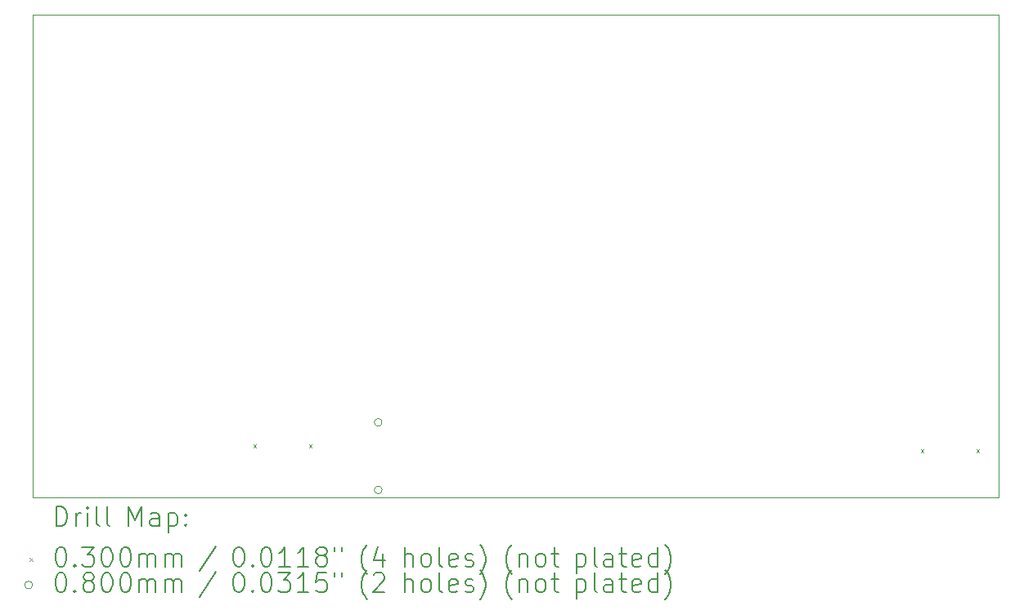
<source format=gbr>
%TF.GenerationSoftware,KiCad,Pcbnew,(7.0.0-rc1-253-g7844602210-dirty)*%
%TF.CreationDate,2023-01-19T21:35:18+08:00*%
%TF.ProjectId,VFDFFT,56464446-4654-42e6-9b69-6361645f7063,rev?*%
%TF.SameCoordinates,Original*%
%TF.FileFunction,Drillmap*%
%TF.FilePolarity,Positive*%
%FSLAX45Y45*%
G04 Gerber Fmt 4.5, Leading zero omitted, Abs format (unit mm)*
G04 Created by KiCad (PCBNEW (7.0.0-rc1-253-g7844602210-dirty)) date 2023-01-19 21:35:18*
%MOMM*%
%LPD*%
G01*
G04 APERTURE LIST*
%ADD10C,0.100000*%
%ADD11C,0.200000*%
%ADD12C,0.030000*%
%ADD13C,0.080000*%
G04 APERTURE END LIST*
D10*
X4122400Y-3403600D02*
X14122400Y-3403600D01*
X14122400Y-3403600D02*
X14122400Y-8403600D01*
X14122400Y-8403600D02*
X4122400Y-8403600D01*
X4122400Y-8403600D02*
X4122400Y-3403600D01*
D11*
D12*
X6401600Y-7855400D02*
X6431600Y-7885400D01*
X6431600Y-7855400D02*
X6401600Y-7885400D01*
X6979600Y-7855400D02*
X7009600Y-7885400D01*
X7009600Y-7855400D02*
X6979600Y-7885400D01*
X13310400Y-7907800D02*
X13340400Y-7937800D01*
X13340400Y-7907800D02*
X13310400Y-7937800D01*
X13888400Y-7907800D02*
X13918400Y-7937800D01*
X13918400Y-7907800D02*
X13888400Y-7937800D01*
D13*
X7736200Y-7626850D02*
G75*
G03*
X7736200Y-7626850I-40000J0D01*
G01*
X7736200Y-8326850D02*
G75*
G03*
X7736200Y-8326850I-40000J0D01*
G01*
D11*
X4365019Y-8702076D02*
X4365019Y-8502076D01*
X4365019Y-8502076D02*
X4412638Y-8502076D01*
X4412638Y-8502076D02*
X4441210Y-8511600D01*
X4441210Y-8511600D02*
X4460257Y-8530648D01*
X4460257Y-8530648D02*
X4469781Y-8549695D01*
X4469781Y-8549695D02*
X4479305Y-8587790D01*
X4479305Y-8587790D02*
X4479305Y-8616362D01*
X4479305Y-8616362D02*
X4469781Y-8654457D01*
X4469781Y-8654457D02*
X4460257Y-8673505D01*
X4460257Y-8673505D02*
X4441210Y-8692552D01*
X4441210Y-8692552D02*
X4412638Y-8702076D01*
X4412638Y-8702076D02*
X4365019Y-8702076D01*
X4565019Y-8702076D02*
X4565019Y-8568743D01*
X4565019Y-8606838D02*
X4574543Y-8587790D01*
X4574543Y-8587790D02*
X4584067Y-8578267D01*
X4584067Y-8578267D02*
X4603114Y-8568743D01*
X4603114Y-8568743D02*
X4622162Y-8568743D01*
X4688829Y-8702076D02*
X4688829Y-8568743D01*
X4688829Y-8502076D02*
X4679305Y-8511600D01*
X4679305Y-8511600D02*
X4688829Y-8521124D01*
X4688829Y-8521124D02*
X4698352Y-8511600D01*
X4698352Y-8511600D02*
X4688829Y-8502076D01*
X4688829Y-8502076D02*
X4688829Y-8521124D01*
X4812638Y-8702076D02*
X4793590Y-8692552D01*
X4793590Y-8692552D02*
X4784067Y-8673505D01*
X4784067Y-8673505D02*
X4784067Y-8502076D01*
X4917400Y-8702076D02*
X4898352Y-8692552D01*
X4898352Y-8692552D02*
X4888829Y-8673505D01*
X4888829Y-8673505D02*
X4888829Y-8502076D01*
X5113590Y-8702076D02*
X5113590Y-8502076D01*
X5113590Y-8502076D02*
X5180257Y-8644933D01*
X5180257Y-8644933D02*
X5246924Y-8502076D01*
X5246924Y-8502076D02*
X5246924Y-8702076D01*
X5427876Y-8702076D02*
X5427876Y-8597314D01*
X5427876Y-8597314D02*
X5418352Y-8578267D01*
X5418352Y-8578267D02*
X5399305Y-8568743D01*
X5399305Y-8568743D02*
X5361209Y-8568743D01*
X5361209Y-8568743D02*
X5342162Y-8578267D01*
X5427876Y-8692552D02*
X5408829Y-8702076D01*
X5408829Y-8702076D02*
X5361209Y-8702076D01*
X5361209Y-8702076D02*
X5342162Y-8692552D01*
X5342162Y-8692552D02*
X5332638Y-8673505D01*
X5332638Y-8673505D02*
X5332638Y-8654457D01*
X5332638Y-8654457D02*
X5342162Y-8635410D01*
X5342162Y-8635410D02*
X5361209Y-8625886D01*
X5361209Y-8625886D02*
X5408829Y-8625886D01*
X5408829Y-8625886D02*
X5427876Y-8616362D01*
X5523114Y-8568743D02*
X5523114Y-8768743D01*
X5523114Y-8578267D02*
X5542162Y-8568743D01*
X5542162Y-8568743D02*
X5580257Y-8568743D01*
X5580257Y-8568743D02*
X5599305Y-8578267D01*
X5599305Y-8578267D02*
X5608828Y-8587790D01*
X5608828Y-8587790D02*
X5618352Y-8606838D01*
X5618352Y-8606838D02*
X5618352Y-8663981D01*
X5618352Y-8663981D02*
X5608828Y-8683029D01*
X5608828Y-8683029D02*
X5599305Y-8692552D01*
X5599305Y-8692552D02*
X5580257Y-8702076D01*
X5580257Y-8702076D02*
X5542162Y-8702076D01*
X5542162Y-8702076D02*
X5523114Y-8692552D01*
X5704067Y-8683029D02*
X5713590Y-8692552D01*
X5713590Y-8692552D02*
X5704067Y-8702076D01*
X5704067Y-8702076D02*
X5694543Y-8692552D01*
X5694543Y-8692552D02*
X5704067Y-8683029D01*
X5704067Y-8683029D02*
X5704067Y-8702076D01*
X5704067Y-8578267D02*
X5713590Y-8587790D01*
X5713590Y-8587790D02*
X5704067Y-8597314D01*
X5704067Y-8597314D02*
X5694543Y-8587790D01*
X5694543Y-8587790D02*
X5704067Y-8578267D01*
X5704067Y-8578267D02*
X5704067Y-8597314D01*
D12*
X4087400Y-9033600D02*
X4117400Y-9063600D01*
X4117400Y-9033600D02*
X4087400Y-9063600D01*
D11*
X4403114Y-8922076D02*
X4422162Y-8922076D01*
X4422162Y-8922076D02*
X4441210Y-8931600D01*
X4441210Y-8931600D02*
X4450733Y-8941124D01*
X4450733Y-8941124D02*
X4460257Y-8960171D01*
X4460257Y-8960171D02*
X4469781Y-8998267D01*
X4469781Y-8998267D02*
X4469781Y-9045886D01*
X4469781Y-9045886D02*
X4460257Y-9083981D01*
X4460257Y-9083981D02*
X4450733Y-9103029D01*
X4450733Y-9103029D02*
X4441210Y-9112552D01*
X4441210Y-9112552D02*
X4422162Y-9122076D01*
X4422162Y-9122076D02*
X4403114Y-9122076D01*
X4403114Y-9122076D02*
X4384067Y-9112552D01*
X4384067Y-9112552D02*
X4374543Y-9103029D01*
X4374543Y-9103029D02*
X4365019Y-9083981D01*
X4365019Y-9083981D02*
X4355495Y-9045886D01*
X4355495Y-9045886D02*
X4355495Y-8998267D01*
X4355495Y-8998267D02*
X4365019Y-8960171D01*
X4365019Y-8960171D02*
X4374543Y-8941124D01*
X4374543Y-8941124D02*
X4384067Y-8931600D01*
X4384067Y-8931600D02*
X4403114Y-8922076D01*
X4555495Y-9103029D02*
X4565019Y-9112552D01*
X4565019Y-9112552D02*
X4555495Y-9122076D01*
X4555495Y-9122076D02*
X4545971Y-9112552D01*
X4545971Y-9112552D02*
X4555495Y-9103029D01*
X4555495Y-9103029D02*
X4555495Y-9122076D01*
X4631686Y-8922076D02*
X4755495Y-8922076D01*
X4755495Y-8922076D02*
X4688829Y-8998267D01*
X4688829Y-8998267D02*
X4717400Y-8998267D01*
X4717400Y-8998267D02*
X4736448Y-9007790D01*
X4736448Y-9007790D02*
X4745971Y-9017314D01*
X4745971Y-9017314D02*
X4755495Y-9036362D01*
X4755495Y-9036362D02*
X4755495Y-9083981D01*
X4755495Y-9083981D02*
X4745971Y-9103029D01*
X4745971Y-9103029D02*
X4736448Y-9112552D01*
X4736448Y-9112552D02*
X4717400Y-9122076D01*
X4717400Y-9122076D02*
X4660257Y-9122076D01*
X4660257Y-9122076D02*
X4641210Y-9112552D01*
X4641210Y-9112552D02*
X4631686Y-9103029D01*
X4879305Y-8922076D02*
X4898352Y-8922076D01*
X4898352Y-8922076D02*
X4917400Y-8931600D01*
X4917400Y-8931600D02*
X4926924Y-8941124D01*
X4926924Y-8941124D02*
X4936448Y-8960171D01*
X4936448Y-8960171D02*
X4945971Y-8998267D01*
X4945971Y-8998267D02*
X4945971Y-9045886D01*
X4945971Y-9045886D02*
X4936448Y-9083981D01*
X4936448Y-9083981D02*
X4926924Y-9103029D01*
X4926924Y-9103029D02*
X4917400Y-9112552D01*
X4917400Y-9112552D02*
X4898352Y-9122076D01*
X4898352Y-9122076D02*
X4879305Y-9122076D01*
X4879305Y-9122076D02*
X4860257Y-9112552D01*
X4860257Y-9112552D02*
X4850733Y-9103029D01*
X4850733Y-9103029D02*
X4841210Y-9083981D01*
X4841210Y-9083981D02*
X4831686Y-9045886D01*
X4831686Y-9045886D02*
X4831686Y-8998267D01*
X4831686Y-8998267D02*
X4841210Y-8960171D01*
X4841210Y-8960171D02*
X4850733Y-8941124D01*
X4850733Y-8941124D02*
X4860257Y-8931600D01*
X4860257Y-8931600D02*
X4879305Y-8922076D01*
X5069781Y-8922076D02*
X5088829Y-8922076D01*
X5088829Y-8922076D02*
X5107876Y-8931600D01*
X5107876Y-8931600D02*
X5117400Y-8941124D01*
X5117400Y-8941124D02*
X5126924Y-8960171D01*
X5126924Y-8960171D02*
X5136448Y-8998267D01*
X5136448Y-8998267D02*
X5136448Y-9045886D01*
X5136448Y-9045886D02*
X5126924Y-9083981D01*
X5126924Y-9083981D02*
X5117400Y-9103029D01*
X5117400Y-9103029D02*
X5107876Y-9112552D01*
X5107876Y-9112552D02*
X5088829Y-9122076D01*
X5088829Y-9122076D02*
X5069781Y-9122076D01*
X5069781Y-9122076D02*
X5050733Y-9112552D01*
X5050733Y-9112552D02*
X5041210Y-9103029D01*
X5041210Y-9103029D02*
X5031686Y-9083981D01*
X5031686Y-9083981D02*
X5022162Y-9045886D01*
X5022162Y-9045886D02*
X5022162Y-8998267D01*
X5022162Y-8998267D02*
X5031686Y-8960171D01*
X5031686Y-8960171D02*
X5041210Y-8941124D01*
X5041210Y-8941124D02*
X5050733Y-8931600D01*
X5050733Y-8931600D02*
X5069781Y-8922076D01*
X5222162Y-9122076D02*
X5222162Y-8988743D01*
X5222162Y-9007790D02*
X5231686Y-8998267D01*
X5231686Y-8998267D02*
X5250733Y-8988743D01*
X5250733Y-8988743D02*
X5279305Y-8988743D01*
X5279305Y-8988743D02*
X5298352Y-8998267D01*
X5298352Y-8998267D02*
X5307876Y-9017314D01*
X5307876Y-9017314D02*
X5307876Y-9122076D01*
X5307876Y-9017314D02*
X5317400Y-8998267D01*
X5317400Y-8998267D02*
X5336448Y-8988743D01*
X5336448Y-8988743D02*
X5365019Y-8988743D01*
X5365019Y-8988743D02*
X5384067Y-8998267D01*
X5384067Y-8998267D02*
X5393591Y-9017314D01*
X5393591Y-9017314D02*
X5393591Y-9122076D01*
X5488829Y-9122076D02*
X5488829Y-8988743D01*
X5488829Y-9007790D02*
X5498352Y-8998267D01*
X5498352Y-8998267D02*
X5517400Y-8988743D01*
X5517400Y-8988743D02*
X5545972Y-8988743D01*
X5545972Y-8988743D02*
X5565019Y-8998267D01*
X5565019Y-8998267D02*
X5574543Y-9017314D01*
X5574543Y-9017314D02*
X5574543Y-9122076D01*
X5574543Y-9017314D02*
X5584067Y-8998267D01*
X5584067Y-8998267D02*
X5603114Y-8988743D01*
X5603114Y-8988743D02*
X5631686Y-8988743D01*
X5631686Y-8988743D02*
X5650733Y-8998267D01*
X5650733Y-8998267D02*
X5660257Y-9017314D01*
X5660257Y-9017314D02*
X5660257Y-9122076D01*
X6018352Y-8912552D02*
X5846924Y-9169695D01*
X6243114Y-8922076D02*
X6262162Y-8922076D01*
X6262162Y-8922076D02*
X6281210Y-8931600D01*
X6281210Y-8931600D02*
X6290733Y-8941124D01*
X6290733Y-8941124D02*
X6300257Y-8960171D01*
X6300257Y-8960171D02*
X6309781Y-8998267D01*
X6309781Y-8998267D02*
X6309781Y-9045886D01*
X6309781Y-9045886D02*
X6300257Y-9083981D01*
X6300257Y-9083981D02*
X6290733Y-9103029D01*
X6290733Y-9103029D02*
X6281210Y-9112552D01*
X6281210Y-9112552D02*
X6262162Y-9122076D01*
X6262162Y-9122076D02*
X6243114Y-9122076D01*
X6243114Y-9122076D02*
X6224067Y-9112552D01*
X6224067Y-9112552D02*
X6214543Y-9103029D01*
X6214543Y-9103029D02*
X6205019Y-9083981D01*
X6205019Y-9083981D02*
X6195495Y-9045886D01*
X6195495Y-9045886D02*
X6195495Y-8998267D01*
X6195495Y-8998267D02*
X6205019Y-8960171D01*
X6205019Y-8960171D02*
X6214543Y-8941124D01*
X6214543Y-8941124D02*
X6224067Y-8931600D01*
X6224067Y-8931600D02*
X6243114Y-8922076D01*
X6395495Y-9103029D02*
X6405019Y-9112552D01*
X6405019Y-9112552D02*
X6395495Y-9122076D01*
X6395495Y-9122076D02*
X6385971Y-9112552D01*
X6385971Y-9112552D02*
X6395495Y-9103029D01*
X6395495Y-9103029D02*
X6395495Y-9122076D01*
X6528829Y-8922076D02*
X6547876Y-8922076D01*
X6547876Y-8922076D02*
X6566924Y-8931600D01*
X6566924Y-8931600D02*
X6576448Y-8941124D01*
X6576448Y-8941124D02*
X6585971Y-8960171D01*
X6585971Y-8960171D02*
X6595495Y-8998267D01*
X6595495Y-8998267D02*
X6595495Y-9045886D01*
X6595495Y-9045886D02*
X6585971Y-9083981D01*
X6585971Y-9083981D02*
X6576448Y-9103029D01*
X6576448Y-9103029D02*
X6566924Y-9112552D01*
X6566924Y-9112552D02*
X6547876Y-9122076D01*
X6547876Y-9122076D02*
X6528829Y-9122076D01*
X6528829Y-9122076D02*
X6509781Y-9112552D01*
X6509781Y-9112552D02*
X6500257Y-9103029D01*
X6500257Y-9103029D02*
X6490733Y-9083981D01*
X6490733Y-9083981D02*
X6481210Y-9045886D01*
X6481210Y-9045886D02*
X6481210Y-8998267D01*
X6481210Y-8998267D02*
X6490733Y-8960171D01*
X6490733Y-8960171D02*
X6500257Y-8941124D01*
X6500257Y-8941124D02*
X6509781Y-8931600D01*
X6509781Y-8931600D02*
X6528829Y-8922076D01*
X6785971Y-9122076D02*
X6671686Y-9122076D01*
X6728829Y-9122076D02*
X6728829Y-8922076D01*
X6728829Y-8922076D02*
X6709781Y-8950648D01*
X6709781Y-8950648D02*
X6690733Y-8969695D01*
X6690733Y-8969695D02*
X6671686Y-8979219D01*
X6976448Y-9122076D02*
X6862162Y-9122076D01*
X6919305Y-9122076D02*
X6919305Y-8922076D01*
X6919305Y-8922076D02*
X6900257Y-8950648D01*
X6900257Y-8950648D02*
X6881210Y-8969695D01*
X6881210Y-8969695D02*
X6862162Y-8979219D01*
X7090733Y-9007790D02*
X7071686Y-8998267D01*
X7071686Y-8998267D02*
X7062162Y-8988743D01*
X7062162Y-8988743D02*
X7052638Y-8969695D01*
X7052638Y-8969695D02*
X7052638Y-8960171D01*
X7052638Y-8960171D02*
X7062162Y-8941124D01*
X7062162Y-8941124D02*
X7071686Y-8931600D01*
X7071686Y-8931600D02*
X7090733Y-8922076D01*
X7090733Y-8922076D02*
X7128829Y-8922076D01*
X7128829Y-8922076D02*
X7147876Y-8931600D01*
X7147876Y-8931600D02*
X7157400Y-8941124D01*
X7157400Y-8941124D02*
X7166924Y-8960171D01*
X7166924Y-8960171D02*
X7166924Y-8969695D01*
X7166924Y-8969695D02*
X7157400Y-8988743D01*
X7157400Y-8988743D02*
X7147876Y-8998267D01*
X7147876Y-8998267D02*
X7128829Y-9007790D01*
X7128829Y-9007790D02*
X7090733Y-9007790D01*
X7090733Y-9007790D02*
X7071686Y-9017314D01*
X7071686Y-9017314D02*
X7062162Y-9026838D01*
X7062162Y-9026838D02*
X7052638Y-9045886D01*
X7052638Y-9045886D02*
X7052638Y-9083981D01*
X7052638Y-9083981D02*
X7062162Y-9103029D01*
X7062162Y-9103029D02*
X7071686Y-9112552D01*
X7071686Y-9112552D02*
X7090733Y-9122076D01*
X7090733Y-9122076D02*
X7128829Y-9122076D01*
X7128829Y-9122076D02*
X7147876Y-9112552D01*
X7147876Y-9112552D02*
X7157400Y-9103029D01*
X7157400Y-9103029D02*
X7166924Y-9083981D01*
X7166924Y-9083981D02*
X7166924Y-9045886D01*
X7166924Y-9045886D02*
X7157400Y-9026838D01*
X7157400Y-9026838D02*
X7147876Y-9017314D01*
X7147876Y-9017314D02*
X7128829Y-9007790D01*
X7243114Y-8922076D02*
X7243114Y-8960171D01*
X7319305Y-8922076D02*
X7319305Y-8960171D01*
X7582162Y-9198267D02*
X7572638Y-9188743D01*
X7572638Y-9188743D02*
X7553591Y-9160171D01*
X7553591Y-9160171D02*
X7544067Y-9141124D01*
X7544067Y-9141124D02*
X7534543Y-9112552D01*
X7534543Y-9112552D02*
X7525019Y-9064933D01*
X7525019Y-9064933D02*
X7525019Y-9026838D01*
X7525019Y-9026838D02*
X7534543Y-8979219D01*
X7534543Y-8979219D02*
X7544067Y-8950648D01*
X7544067Y-8950648D02*
X7553591Y-8931600D01*
X7553591Y-8931600D02*
X7572638Y-8903029D01*
X7572638Y-8903029D02*
X7582162Y-8893505D01*
X7744067Y-8988743D02*
X7744067Y-9122076D01*
X7696448Y-8912552D02*
X7648829Y-9055410D01*
X7648829Y-9055410D02*
X7772638Y-9055410D01*
X7968829Y-9122076D02*
X7968829Y-8922076D01*
X8054543Y-9122076D02*
X8054543Y-9017314D01*
X8054543Y-9017314D02*
X8045019Y-8998267D01*
X8045019Y-8998267D02*
X8025972Y-8988743D01*
X8025972Y-8988743D02*
X7997400Y-8988743D01*
X7997400Y-8988743D02*
X7978352Y-8998267D01*
X7978352Y-8998267D02*
X7968829Y-9007790D01*
X8178352Y-9122076D02*
X8159305Y-9112552D01*
X8159305Y-9112552D02*
X8149781Y-9103029D01*
X8149781Y-9103029D02*
X8140257Y-9083981D01*
X8140257Y-9083981D02*
X8140257Y-9026838D01*
X8140257Y-9026838D02*
X8149781Y-9007790D01*
X8149781Y-9007790D02*
X8159305Y-8998267D01*
X8159305Y-8998267D02*
X8178352Y-8988743D01*
X8178352Y-8988743D02*
X8206924Y-8988743D01*
X8206924Y-8988743D02*
X8225972Y-8998267D01*
X8225972Y-8998267D02*
X8235495Y-9007790D01*
X8235495Y-9007790D02*
X8245019Y-9026838D01*
X8245019Y-9026838D02*
X8245019Y-9083981D01*
X8245019Y-9083981D02*
X8235495Y-9103029D01*
X8235495Y-9103029D02*
X8225972Y-9112552D01*
X8225972Y-9112552D02*
X8206924Y-9122076D01*
X8206924Y-9122076D02*
X8178352Y-9122076D01*
X8359305Y-9122076D02*
X8340257Y-9112552D01*
X8340257Y-9112552D02*
X8330733Y-9093505D01*
X8330733Y-9093505D02*
X8330733Y-8922076D01*
X8511686Y-9112552D02*
X8492638Y-9122076D01*
X8492638Y-9122076D02*
X8454543Y-9122076D01*
X8454543Y-9122076D02*
X8435495Y-9112552D01*
X8435495Y-9112552D02*
X8425972Y-9093505D01*
X8425972Y-9093505D02*
X8425972Y-9017314D01*
X8425972Y-9017314D02*
X8435495Y-8998267D01*
X8435495Y-8998267D02*
X8454543Y-8988743D01*
X8454543Y-8988743D02*
X8492638Y-8988743D01*
X8492638Y-8988743D02*
X8511686Y-8998267D01*
X8511686Y-8998267D02*
X8521210Y-9017314D01*
X8521210Y-9017314D02*
X8521210Y-9036362D01*
X8521210Y-9036362D02*
X8425972Y-9055410D01*
X8597400Y-9112552D02*
X8616448Y-9122076D01*
X8616448Y-9122076D02*
X8654543Y-9122076D01*
X8654543Y-9122076D02*
X8673591Y-9112552D01*
X8673591Y-9112552D02*
X8683115Y-9093505D01*
X8683115Y-9093505D02*
X8683115Y-9083981D01*
X8683115Y-9083981D02*
X8673591Y-9064933D01*
X8673591Y-9064933D02*
X8654543Y-9055410D01*
X8654543Y-9055410D02*
X8625972Y-9055410D01*
X8625972Y-9055410D02*
X8606924Y-9045886D01*
X8606924Y-9045886D02*
X8597400Y-9026838D01*
X8597400Y-9026838D02*
X8597400Y-9017314D01*
X8597400Y-9017314D02*
X8606924Y-8998267D01*
X8606924Y-8998267D02*
X8625972Y-8988743D01*
X8625972Y-8988743D02*
X8654543Y-8988743D01*
X8654543Y-8988743D02*
X8673591Y-8998267D01*
X8749781Y-9198267D02*
X8759305Y-9188743D01*
X8759305Y-9188743D02*
X8778353Y-9160171D01*
X8778353Y-9160171D02*
X8787876Y-9141124D01*
X8787876Y-9141124D02*
X8797400Y-9112552D01*
X8797400Y-9112552D02*
X8806924Y-9064933D01*
X8806924Y-9064933D02*
X8806924Y-9026838D01*
X8806924Y-9026838D02*
X8797400Y-8979219D01*
X8797400Y-8979219D02*
X8787876Y-8950648D01*
X8787876Y-8950648D02*
X8778353Y-8931600D01*
X8778353Y-8931600D02*
X8759305Y-8903029D01*
X8759305Y-8903029D02*
X8749781Y-8893505D01*
X9079305Y-9198267D02*
X9069781Y-9188743D01*
X9069781Y-9188743D02*
X9050734Y-9160171D01*
X9050734Y-9160171D02*
X9041210Y-9141124D01*
X9041210Y-9141124D02*
X9031686Y-9112552D01*
X9031686Y-9112552D02*
X9022162Y-9064933D01*
X9022162Y-9064933D02*
X9022162Y-9026838D01*
X9022162Y-9026838D02*
X9031686Y-8979219D01*
X9031686Y-8979219D02*
X9041210Y-8950648D01*
X9041210Y-8950648D02*
X9050734Y-8931600D01*
X9050734Y-8931600D02*
X9069781Y-8903029D01*
X9069781Y-8903029D02*
X9079305Y-8893505D01*
X9155495Y-8988743D02*
X9155495Y-9122076D01*
X9155495Y-9007790D02*
X9165019Y-8998267D01*
X9165019Y-8998267D02*
X9184067Y-8988743D01*
X9184067Y-8988743D02*
X9212638Y-8988743D01*
X9212638Y-8988743D02*
X9231686Y-8998267D01*
X9231686Y-8998267D02*
X9241210Y-9017314D01*
X9241210Y-9017314D02*
X9241210Y-9122076D01*
X9365019Y-9122076D02*
X9345972Y-9112552D01*
X9345972Y-9112552D02*
X9336448Y-9103029D01*
X9336448Y-9103029D02*
X9326924Y-9083981D01*
X9326924Y-9083981D02*
X9326924Y-9026838D01*
X9326924Y-9026838D02*
X9336448Y-9007790D01*
X9336448Y-9007790D02*
X9345972Y-8998267D01*
X9345972Y-8998267D02*
X9365019Y-8988743D01*
X9365019Y-8988743D02*
X9393591Y-8988743D01*
X9393591Y-8988743D02*
X9412638Y-8998267D01*
X9412638Y-8998267D02*
X9422162Y-9007790D01*
X9422162Y-9007790D02*
X9431686Y-9026838D01*
X9431686Y-9026838D02*
X9431686Y-9083981D01*
X9431686Y-9083981D02*
X9422162Y-9103029D01*
X9422162Y-9103029D02*
X9412638Y-9112552D01*
X9412638Y-9112552D02*
X9393591Y-9122076D01*
X9393591Y-9122076D02*
X9365019Y-9122076D01*
X9488829Y-8988743D02*
X9565019Y-8988743D01*
X9517400Y-8922076D02*
X9517400Y-9093505D01*
X9517400Y-9093505D02*
X9526924Y-9112552D01*
X9526924Y-9112552D02*
X9545972Y-9122076D01*
X9545972Y-9122076D02*
X9565019Y-9122076D01*
X9751686Y-8988743D02*
X9751686Y-9188743D01*
X9751686Y-8998267D02*
X9770734Y-8988743D01*
X9770734Y-8988743D02*
X9808829Y-8988743D01*
X9808829Y-8988743D02*
X9827876Y-8998267D01*
X9827876Y-8998267D02*
X9837400Y-9007790D01*
X9837400Y-9007790D02*
X9846924Y-9026838D01*
X9846924Y-9026838D02*
X9846924Y-9083981D01*
X9846924Y-9083981D02*
X9837400Y-9103029D01*
X9837400Y-9103029D02*
X9827876Y-9112552D01*
X9827876Y-9112552D02*
X9808829Y-9122076D01*
X9808829Y-9122076D02*
X9770734Y-9122076D01*
X9770734Y-9122076D02*
X9751686Y-9112552D01*
X9961210Y-9122076D02*
X9942162Y-9112552D01*
X9942162Y-9112552D02*
X9932638Y-9093505D01*
X9932638Y-9093505D02*
X9932638Y-8922076D01*
X10123115Y-9122076D02*
X10123115Y-9017314D01*
X10123115Y-9017314D02*
X10113591Y-8998267D01*
X10113591Y-8998267D02*
X10094543Y-8988743D01*
X10094543Y-8988743D02*
X10056448Y-8988743D01*
X10056448Y-8988743D02*
X10037400Y-8998267D01*
X10123115Y-9112552D02*
X10104067Y-9122076D01*
X10104067Y-9122076D02*
X10056448Y-9122076D01*
X10056448Y-9122076D02*
X10037400Y-9112552D01*
X10037400Y-9112552D02*
X10027876Y-9093505D01*
X10027876Y-9093505D02*
X10027876Y-9074457D01*
X10027876Y-9074457D02*
X10037400Y-9055410D01*
X10037400Y-9055410D02*
X10056448Y-9045886D01*
X10056448Y-9045886D02*
X10104067Y-9045886D01*
X10104067Y-9045886D02*
X10123115Y-9036362D01*
X10189781Y-8988743D02*
X10265972Y-8988743D01*
X10218353Y-8922076D02*
X10218353Y-9093505D01*
X10218353Y-9093505D02*
X10227876Y-9112552D01*
X10227876Y-9112552D02*
X10246924Y-9122076D01*
X10246924Y-9122076D02*
X10265972Y-9122076D01*
X10408829Y-9112552D02*
X10389781Y-9122076D01*
X10389781Y-9122076D02*
X10351686Y-9122076D01*
X10351686Y-9122076D02*
X10332638Y-9112552D01*
X10332638Y-9112552D02*
X10323115Y-9093505D01*
X10323115Y-9093505D02*
X10323115Y-9017314D01*
X10323115Y-9017314D02*
X10332638Y-8998267D01*
X10332638Y-8998267D02*
X10351686Y-8988743D01*
X10351686Y-8988743D02*
X10389781Y-8988743D01*
X10389781Y-8988743D02*
X10408829Y-8998267D01*
X10408829Y-8998267D02*
X10418353Y-9017314D01*
X10418353Y-9017314D02*
X10418353Y-9036362D01*
X10418353Y-9036362D02*
X10323115Y-9055410D01*
X10589781Y-9122076D02*
X10589781Y-8922076D01*
X10589781Y-9112552D02*
X10570734Y-9122076D01*
X10570734Y-9122076D02*
X10532638Y-9122076D01*
X10532638Y-9122076D02*
X10513591Y-9112552D01*
X10513591Y-9112552D02*
X10504067Y-9103029D01*
X10504067Y-9103029D02*
X10494543Y-9083981D01*
X10494543Y-9083981D02*
X10494543Y-9026838D01*
X10494543Y-9026838D02*
X10504067Y-9007790D01*
X10504067Y-9007790D02*
X10513591Y-8998267D01*
X10513591Y-8998267D02*
X10532638Y-8988743D01*
X10532638Y-8988743D02*
X10570734Y-8988743D01*
X10570734Y-8988743D02*
X10589781Y-8998267D01*
X10665972Y-9198267D02*
X10675496Y-9188743D01*
X10675496Y-9188743D02*
X10694543Y-9160171D01*
X10694543Y-9160171D02*
X10704067Y-9141124D01*
X10704067Y-9141124D02*
X10713591Y-9112552D01*
X10713591Y-9112552D02*
X10723115Y-9064933D01*
X10723115Y-9064933D02*
X10723115Y-9026838D01*
X10723115Y-9026838D02*
X10713591Y-8979219D01*
X10713591Y-8979219D02*
X10704067Y-8950648D01*
X10704067Y-8950648D02*
X10694543Y-8931600D01*
X10694543Y-8931600D02*
X10675496Y-8903029D01*
X10675496Y-8903029D02*
X10665972Y-8893505D01*
D13*
X4117400Y-9312600D02*
G75*
G03*
X4117400Y-9312600I-40000J0D01*
G01*
D11*
X4403114Y-9186076D02*
X4422162Y-9186076D01*
X4422162Y-9186076D02*
X4441210Y-9195600D01*
X4441210Y-9195600D02*
X4450733Y-9205124D01*
X4450733Y-9205124D02*
X4460257Y-9224171D01*
X4460257Y-9224171D02*
X4469781Y-9262267D01*
X4469781Y-9262267D02*
X4469781Y-9309886D01*
X4469781Y-9309886D02*
X4460257Y-9347981D01*
X4460257Y-9347981D02*
X4450733Y-9367029D01*
X4450733Y-9367029D02*
X4441210Y-9376552D01*
X4441210Y-9376552D02*
X4422162Y-9386076D01*
X4422162Y-9386076D02*
X4403114Y-9386076D01*
X4403114Y-9386076D02*
X4384067Y-9376552D01*
X4384067Y-9376552D02*
X4374543Y-9367029D01*
X4374543Y-9367029D02*
X4365019Y-9347981D01*
X4365019Y-9347981D02*
X4355495Y-9309886D01*
X4355495Y-9309886D02*
X4355495Y-9262267D01*
X4355495Y-9262267D02*
X4365019Y-9224171D01*
X4365019Y-9224171D02*
X4374543Y-9205124D01*
X4374543Y-9205124D02*
X4384067Y-9195600D01*
X4384067Y-9195600D02*
X4403114Y-9186076D01*
X4555495Y-9367029D02*
X4565019Y-9376552D01*
X4565019Y-9376552D02*
X4555495Y-9386076D01*
X4555495Y-9386076D02*
X4545971Y-9376552D01*
X4545971Y-9376552D02*
X4555495Y-9367029D01*
X4555495Y-9367029D02*
X4555495Y-9386076D01*
X4679305Y-9271790D02*
X4660257Y-9262267D01*
X4660257Y-9262267D02*
X4650733Y-9252743D01*
X4650733Y-9252743D02*
X4641210Y-9233695D01*
X4641210Y-9233695D02*
X4641210Y-9224171D01*
X4641210Y-9224171D02*
X4650733Y-9205124D01*
X4650733Y-9205124D02*
X4660257Y-9195600D01*
X4660257Y-9195600D02*
X4679305Y-9186076D01*
X4679305Y-9186076D02*
X4717400Y-9186076D01*
X4717400Y-9186076D02*
X4736448Y-9195600D01*
X4736448Y-9195600D02*
X4745971Y-9205124D01*
X4745971Y-9205124D02*
X4755495Y-9224171D01*
X4755495Y-9224171D02*
X4755495Y-9233695D01*
X4755495Y-9233695D02*
X4745971Y-9252743D01*
X4745971Y-9252743D02*
X4736448Y-9262267D01*
X4736448Y-9262267D02*
X4717400Y-9271790D01*
X4717400Y-9271790D02*
X4679305Y-9271790D01*
X4679305Y-9271790D02*
X4660257Y-9281314D01*
X4660257Y-9281314D02*
X4650733Y-9290838D01*
X4650733Y-9290838D02*
X4641210Y-9309886D01*
X4641210Y-9309886D02*
X4641210Y-9347981D01*
X4641210Y-9347981D02*
X4650733Y-9367029D01*
X4650733Y-9367029D02*
X4660257Y-9376552D01*
X4660257Y-9376552D02*
X4679305Y-9386076D01*
X4679305Y-9386076D02*
X4717400Y-9386076D01*
X4717400Y-9386076D02*
X4736448Y-9376552D01*
X4736448Y-9376552D02*
X4745971Y-9367029D01*
X4745971Y-9367029D02*
X4755495Y-9347981D01*
X4755495Y-9347981D02*
X4755495Y-9309886D01*
X4755495Y-9309886D02*
X4745971Y-9290838D01*
X4745971Y-9290838D02*
X4736448Y-9281314D01*
X4736448Y-9281314D02*
X4717400Y-9271790D01*
X4879305Y-9186076D02*
X4898352Y-9186076D01*
X4898352Y-9186076D02*
X4917400Y-9195600D01*
X4917400Y-9195600D02*
X4926924Y-9205124D01*
X4926924Y-9205124D02*
X4936448Y-9224171D01*
X4936448Y-9224171D02*
X4945971Y-9262267D01*
X4945971Y-9262267D02*
X4945971Y-9309886D01*
X4945971Y-9309886D02*
X4936448Y-9347981D01*
X4936448Y-9347981D02*
X4926924Y-9367029D01*
X4926924Y-9367029D02*
X4917400Y-9376552D01*
X4917400Y-9376552D02*
X4898352Y-9386076D01*
X4898352Y-9386076D02*
X4879305Y-9386076D01*
X4879305Y-9386076D02*
X4860257Y-9376552D01*
X4860257Y-9376552D02*
X4850733Y-9367029D01*
X4850733Y-9367029D02*
X4841210Y-9347981D01*
X4841210Y-9347981D02*
X4831686Y-9309886D01*
X4831686Y-9309886D02*
X4831686Y-9262267D01*
X4831686Y-9262267D02*
X4841210Y-9224171D01*
X4841210Y-9224171D02*
X4850733Y-9205124D01*
X4850733Y-9205124D02*
X4860257Y-9195600D01*
X4860257Y-9195600D02*
X4879305Y-9186076D01*
X5069781Y-9186076D02*
X5088829Y-9186076D01*
X5088829Y-9186076D02*
X5107876Y-9195600D01*
X5107876Y-9195600D02*
X5117400Y-9205124D01*
X5117400Y-9205124D02*
X5126924Y-9224171D01*
X5126924Y-9224171D02*
X5136448Y-9262267D01*
X5136448Y-9262267D02*
X5136448Y-9309886D01*
X5136448Y-9309886D02*
X5126924Y-9347981D01*
X5126924Y-9347981D02*
X5117400Y-9367029D01*
X5117400Y-9367029D02*
X5107876Y-9376552D01*
X5107876Y-9376552D02*
X5088829Y-9386076D01*
X5088829Y-9386076D02*
X5069781Y-9386076D01*
X5069781Y-9386076D02*
X5050733Y-9376552D01*
X5050733Y-9376552D02*
X5041210Y-9367029D01*
X5041210Y-9367029D02*
X5031686Y-9347981D01*
X5031686Y-9347981D02*
X5022162Y-9309886D01*
X5022162Y-9309886D02*
X5022162Y-9262267D01*
X5022162Y-9262267D02*
X5031686Y-9224171D01*
X5031686Y-9224171D02*
X5041210Y-9205124D01*
X5041210Y-9205124D02*
X5050733Y-9195600D01*
X5050733Y-9195600D02*
X5069781Y-9186076D01*
X5222162Y-9386076D02*
X5222162Y-9252743D01*
X5222162Y-9271790D02*
X5231686Y-9262267D01*
X5231686Y-9262267D02*
X5250733Y-9252743D01*
X5250733Y-9252743D02*
X5279305Y-9252743D01*
X5279305Y-9252743D02*
X5298352Y-9262267D01*
X5298352Y-9262267D02*
X5307876Y-9281314D01*
X5307876Y-9281314D02*
X5307876Y-9386076D01*
X5307876Y-9281314D02*
X5317400Y-9262267D01*
X5317400Y-9262267D02*
X5336448Y-9252743D01*
X5336448Y-9252743D02*
X5365019Y-9252743D01*
X5365019Y-9252743D02*
X5384067Y-9262267D01*
X5384067Y-9262267D02*
X5393591Y-9281314D01*
X5393591Y-9281314D02*
X5393591Y-9386076D01*
X5488829Y-9386076D02*
X5488829Y-9252743D01*
X5488829Y-9271790D02*
X5498352Y-9262267D01*
X5498352Y-9262267D02*
X5517400Y-9252743D01*
X5517400Y-9252743D02*
X5545972Y-9252743D01*
X5545972Y-9252743D02*
X5565019Y-9262267D01*
X5565019Y-9262267D02*
X5574543Y-9281314D01*
X5574543Y-9281314D02*
X5574543Y-9386076D01*
X5574543Y-9281314D02*
X5584067Y-9262267D01*
X5584067Y-9262267D02*
X5603114Y-9252743D01*
X5603114Y-9252743D02*
X5631686Y-9252743D01*
X5631686Y-9252743D02*
X5650733Y-9262267D01*
X5650733Y-9262267D02*
X5660257Y-9281314D01*
X5660257Y-9281314D02*
X5660257Y-9386076D01*
X6018352Y-9176552D02*
X5846924Y-9433695D01*
X6243114Y-9186076D02*
X6262162Y-9186076D01*
X6262162Y-9186076D02*
X6281210Y-9195600D01*
X6281210Y-9195600D02*
X6290733Y-9205124D01*
X6290733Y-9205124D02*
X6300257Y-9224171D01*
X6300257Y-9224171D02*
X6309781Y-9262267D01*
X6309781Y-9262267D02*
X6309781Y-9309886D01*
X6309781Y-9309886D02*
X6300257Y-9347981D01*
X6300257Y-9347981D02*
X6290733Y-9367029D01*
X6290733Y-9367029D02*
X6281210Y-9376552D01*
X6281210Y-9376552D02*
X6262162Y-9386076D01*
X6262162Y-9386076D02*
X6243114Y-9386076D01*
X6243114Y-9386076D02*
X6224067Y-9376552D01*
X6224067Y-9376552D02*
X6214543Y-9367029D01*
X6214543Y-9367029D02*
X6205019Y-9347981D01*
X6205019Y-9347981D02*
X6195495Y-9309886D01*
X6195495Y-9309886D02*
X6195495Y-9262267D01*
X6195495Y-9262267D02*
X6205019Y-9224171D01*
X6205019Y-9224171D02*
X6214543Y-9205124D01*
X6214543Y-9205124D02*
X6224067Y-9195600D01*
X6224067Y-9195600D02*
X6243114Y-9186076D01*
X6395495Y-9367029D02*
X6405019Y-9376552D01*
X6405019Y-9376552D02*
X6395495Y-9386076D01*
X6395495Y-9386076D02*
X6385971Y-9376552D01*
X6385971Y-9376552D02*
X6395495Y-9367029D01*
X6395495Y-9367029D02*
X6395495Y-9386076D01*
X6528829Y-9186076D02*
X6547876Y-9186076D01*
X6547876Y-9186076D02*
X6566924Y-9195600D01*
X6566924Y-9195600D02*
X6576448Y-9205124D01*
X6576448Y-9205124D02*
X6585971Y-9224171D01*
X6585971Y-9224171D02*
X6595495Y-9262267D01*
X6595495Y-9262267D02*
X6595495Y-9309886D01*
X6595495Y-9309886D02*
X6585971Y-9347981D01*
X6585971Y-9347981D02*
X6576448Y-9367029D01*
X6576448Y-9367029D02*
X6566924Y-9376552D01*
X6566924Y-9376552D02*
X6547876Y-9386076D01*
X6547876Y-9386076D02*
X6528829Y-9386076D01*
X6528829Y-9386076D02*
X6509781Y-9376552D01*
X6509781Y-9376552D02*
X6500257Y-9367029D01*
X6500257Y-9367029D02*
X6490733Y-9347981D01*
X6490733Y-9347981D02*
X6481210Y-9309886D01*
X6481210Y-9309886D02*
X6481210Y-9262267D01*
X6481210Y-9262267D02*
X6490733Y-9224171D01*
X6490733Y-9224171D02*
X6500257Y-9205124D01*
X6500257Y-9205124D02*
X6509781Y-9195600D01*
X6509781Y-9195600D02*
X6528829Y-9186076D01*
X6662162Y-9186076D02*
X6785971Y-9186076D01*
X6785971Y-9186076D02*
X6719305Y-9262267D01*
X6719305Y-9262267D02*
X6747876Y-9262267D01*
X6747876Y-9262267D02*
X6766924Y-9271790D01*
X6766924Y-9271790D02*
X6776448Y-9281314D01*
X6776448Y-9281314D02*
X6785971Y-9300362D01*
X6785971Y-9300362D02*
X6785971Y-9347981D01*
X6785971Y-9347981D02*
X6776448Y-9367029D01*
X6776448Y-9367029D02*
X6766924Y-9376552D01*
X6766924Y-9376552D02*
X6747876Y-9386076D01*
X6747876Y-9386076D02*
X6690733Y-9386076D01*
X6690733Y-9386076D02*
X6671686Y-9376552D01*
X6671686Y-9376552D02*
X6662162Y-9367029D01*
X6976448Y-9386076D02*
X6862162Y-9386076D01*
X6919305Y-9386076D02*
X6919305Y-9186076D01*
X6919305Y-9186076D02*
X6900257Y-9214648D01*
X6900257Y-9214648D02*
X6881210Y-9233695D01*
X6881210Y-9233695D02*
X6862162Y-9243219D01*
X7157400Y-9186076D02*
X7062162Y-9186076D01*
X7062162Y-9186076D02*
X7052638Y-9281314D01*
X7052638Y-9281314D02*
X7062162Y-9271790D01*
X7062162Y-9271790D02*
X7081210Y-9262267D01*
X7081210Y-9262267D02*
X7128829Y-9262267D01*
X7128829Y-9262267D02*
X7147876Y-9271790D01*
X7147876Y-9271790D02*
X7157400Y-9281314D01*
X7157400Y-9281314D02*
X7166924Y-9300362D01*
X7166924Y-9300362D02*
X7166924Y-9347981D01*
X7166924Y-9347981D02*
X7157400Y-9367029D01*
X7157400Y-9367029D02*
X7147876Y-9376552D01*
X7147876Y-9376552D02*
X7128829Y-9386076D01*
X7128829Y-9386076D02*
X7081210Y-9386076D01*
X7081210Y-9386076D02*
X7062162Y-9376552D01*
X7062162Y-9376552D02*
X7052638Y-9367029D01*
X7243114Y-9186076D02*
X7243114Y-9224171D01*
X7319305Y-9186076D02*
X7319305Y-9224171D01*
X7582162Y-9462267D02*
X7572638Y-9452743D01*
X7572638Y-9452743D02*
X7553591Y-9424171D01*
X7553591Y-9424171D02*
X7544067Y-9405124D01*
X7544067Y-9405124D02*
X7534543Y-9376552D01*
X7534543Y-9376552D02*
X7525019Y-9328933D01*
X7525019Y-9328933D02*
X7525019Y-9290838D01*
X7525019Y-9290838D02*
X7534543Y-9243219D01*
X7534543Y-9243219D02*
X7544067Y-9214648D01*
X7544067Y-9214648D02*
X7553591Y-9195600D01*
X7553591Y-9195600D02*
X7572638Y-9167029D01*
X7572638Y-9167029D02*
X7582162Y-9157505D01*
X7648829Y-9205124D02*
X7658352Y-9195600D01*
X7658352Y-9195600D02*
X7677400Y-9186076D01*
X7677400Y-9186076D02*
X7725019Y-9186076D01*
X7725019Y-9186076D02*
X7744067Y-9195600D01*
X7744067Y-9195600D02*
X7753591Y-9205124D01*
X7753591Y-9205124D02*
X7763114Y-9224171D01*
X7763114Y-9224171D02*
X7763114Y-9243219D01*
X7763114Y-9243219D02*
X7753591Y-9271790D01*
X7753591Y-9271790D02*
X7639305Y-9386076D01*
X7639305Y-9386076D02*
X7763114Y-9386076D01*
X7968829Y-9386076D02*
X7968829Y-9186076D01*
X8054543Y-9386076D02*
X8054543Y-9281314D01*
X8054543Y-9281314D02*
X8045019Y-9262267D01*
X8045019Y-9262267D02*
X8025972Y-9252743D01*
X8025972Y-9252743D02*
X7997400Y-9252743D01*
X7997400Y-9252743D02*
X7978352Y-9262267D01*
X7978352Y-9262267D02*
X7968829Y-9271790D01*
X8178352Y-9386076D02*
X8159305Y-9376552D01*
X8159305Y-9376552D02*
X8149781Y-9367029D01*
X8149781Y-9367029D02*
X8140257Y-9347981D01*
X8140257Y-9347981D02*
X8140257Y-9290838D01*
X8140257Y-9290838D02*
X8149781Y-9271790D01*
X8149781Y-9271790D02*
X8159305Y-9262267D01*
X8159305Y-9262267D02*
X8178352Y-9252743D01*
X8178352Y-9252743D02*
X8206924Y-9252743D01*
X8206924Y-9252743D02*
X8225972Y-9262267D01*
X8225972Y-9262267D02*
X8235495Y-9271790D01*
X8235495Y-9271790D02*
X8245019Y-9290838D01*
X8245019Y-9290838D02*
X8245019Y-9347981D01*
X8245019Y-9347981D02*
X8235495Y-9367029D01*
X8235495Y-9367029D02*
X8225972Y-9376552D01*
X8225972Y-9376552D02*
X8206924Y-9386076D01*
X8206924Y-9386076D02*
X8178352Y-9386076D01*
X8359305Y-9386076D02*
X8340257Y-9376552D01*
X8340257Y-9376552D02*
X8330733Y-9357505D01*
X8330733Y-9357505D02*
X8330733Y-9186076D01*
X8511686Y-9376552D02*
X8492638Y-9386076D01*
X8492638Y-9386076D02*
X8454543Y-9386076D01*
X8454543Y-9386076D02*
X8435495Y-9376552D01*
X8435495Y-9376552D02*
X8425972Y-9357505D01*
X8425972Y-9357505D02*
X8425972Y-9281314D01*
X8425972Y-9281314D02*
X8435495Y-9262267D01*
X8435495Y-9262267D02*
X8454543Y-9252743D01*
X8454543Y-9252743D02*
X8492638Y-9252743D01*
X8492638Y-9252743D02*
X8511686Y-9262267D01*
X8511686Y-9262267D02*
X8521210Y-9281314D01*
X8521210Y-9281314D02*
X8521210Y-9300362D01*
X8521210Y-9300362D02*
X8425972Y-9319410D01*
X8597400Y-9376552D02*
X8616448Y-9386076D01*
X8616448Y-9386076D02*
X8654543Y-9386076D01*
X8654543Y-9386076D02*
X8673591Y-9376552D01*
X8673591Y-9376552D02*
X8683115Y-9357505D01*
X8683115Y-9357505D02*
X8683115Y-9347981D01*
X8683115Y-9347981D02*
X8673591Y-9328933D01*
X8673591Y-9328933D02*
X8654543Y-9319410D01*
X8654543Y-9319410D02*
X8625972Y-9319410D01*
X8625972Y-9319410D02*
X8606924Y-9309886D01*
X8606924Y-9309886D02*
X8597400Y-9290838D01*
X8597400Y-9290838D02*
X8597400Y-9281314D01*
X8597400Y-9281314D02*
X8606924Y-9262267D01*
X8606924Y-9262267D02*
X8625972Y-9252743D01*
X8625972Y-9252743D02*
X8654543Y-9252743D01*
X8654543Y-9252743D02*
X8673591Y-9262267D01*
X8749781Y-9462267D02*
X8759305Y-9452743D01*
X8759305Y-9452743D02*
X8778353Y-9424171D01*
X8778353Y-9424171D02*
X8787876Y-9405124D01*
X8787876Y-9405124D02*
X8797400Y-9376552D01*
X8797400Y-9376552D02*
X8806924Y-9328933D01*
X8806924Y-9328933D02*
X8806924Y-9290838D01*
X8806924Y-9290838D02*
X8797400Y-9243219D01*
X8797400Y-9243219D02*
X8787876Y-9214648D01*
X8787876Y-9214648D02*
X8778353Y-9195600D01*
X8778353Y-9195600D02*
X8759305Y-9167029D01*
X8759305Y-9167029D02*
X8749781Y-9157505D01*
X9079305Y-9462267D02*
X9069781Y-9452743D01*
X9069781Y-9452743D02*
X9050734Y-9424171D01*
X9050734Y-9424171D02*
X9041210Y-9405124D01*
X9041210Y-9405124D02*
X9031686Y-9376552D01*
X9031686Y-9376552D02*
X9022162Y-9328933D01*
X9022162Y-9328933D02*
X9022162Y-9290838D01*
X9022162Y-9290838D02*
X9031686Y-9243219D01*
X9031686Y-9243219D02*
X9041210Y-9214648D01*
X9041210Y-9214648D02*
X9050734Y-9195600D01*
X9050734Y-9195600D02*
X9069781Y-9167029D01*
X9069781Y-9167029D02*
X9079305Y-9157505D01*
X9155495Y-9252743D02*
X9155495Y-9386076D01*
X9155495Y-9271790D02*
X9165019Y-9262267D01*
X9165019Y-9262267D02*
X9184067Y-9252743D01*
X9184067Y-9252743D02*
X9212638Y-9252743D01*
X9212638Y-9252743D02*
X9231686Y-9262267D01*
X9231686Y-9262267D02*
X9241210Y-9281314D01*
X9241210Y-9281314D02*
X9241210Y-9386076D01*
X9365019Y-9386076D02*
X9345972Y-9376552D01*
X9345972Y-9376552D02*
X9336448Y-9367029D01*
X9336448Y-9367029D02*
X9326924Y-9347981D01*
X9326924Y-9347981D02*
X9326924Y-9290838D01*
X9326924Y-9290838D02*
X9336448Y-9271790D01*
X9336448Y-9271790D02*
X9345972Y-9262267D01*
X9345972Y-9262267D02*
X9365019Y-9252743D01*
X9365019Y-9252743D02*
X9393591Y-9252743D01*
X9393591Y-9252743D02*
X9412638Y-9262267D01*
X9412638Y-9262267D02*
X9422162Y-9271790D01*
X9422162Y-9271790D02*
X9431686Y-9290838D01*
X9431686Y-9290838D02*
X9431686Y-9347981D01*
X9431686Y-9347981D02*
X9422162Y-9367029D01*
X9422162Y-9367029D02*
X9412638Y-9376552D01*
X9412638Y-9376552D02*
X9393591Y-9386076D01*
X9393591Y-9386076D02*
X9365019Y-9386076D01*
X9488829Y-9252743D02*
X9565019Y-9252743D01*
X9517400Y-9186076D02*
X9517400Y-9357505D01*
X9517400Y-9357505D02*
X9526924Y-9376552D01*
X9526924Y-9376552D02*
X9545972Y-9386076D01*
X9545972Y-9386076D02*
X9565019Y-9386076D01*
X9751686Y-9252743D02*
X9751686Y-9452743D01*
X9751686Y-9262267D02*
X9770734Y-9252743D01*
X9770734Y-9252743D02*
X9808829Y-9252743D01*
X9808829Y-9252743D02*
X9827876Y-9262267D01*
X9827876Y-9262267D02*
X9837400Y-9271790D01*
X9837400Y-9271790D02*
X9846924Y-9290838D01*
X9846924Y-9290838D02*
X9846924Y-9347981D01*
X9846924Y-9347981D02*
X9837400Y-9367029D01*
X9837400Y-9367029D02*
X9827876Y-9376552D01*
X9827876Y-9376552D02*
X9808829Y-9386076D01*
X9808829Y-9386076D02*
X9770734Y-9386076D01*
X9770734Y-9386076D02*
X9751686Y-9376552D01*
X9961210Y-9386076D02*
X9942162Y-9376552D01*
X9942162Y-9376552D02*
X9932638Y-9357505D01*
X9932638Y-9357505D02*
X9932638Y-9186076D01*
X10123115Y-9386076D02*
X10123115Y-9281314D01*
X10123115Y-9281314D02*
X10113591Y-9262267D01*
X10113591Y-9262267D02*
X10094543Y-9252743D01*
X10094543Y-9252743D02*
X10056448Y-9252743D01*
X10056448Y-9252743D02*
X10037400Y-9262267D01*
X10123115Y-9376552D02*
X10104067Y-9386076D01*
X10104067Y-9386076D02*
X10056448Y-9386076D01*
X10056448Y-9386076D02*
X10037400Y-9376552D01*
X10037400Y-9376552D02*
X10027876Y-9357505D01*
X10027876Y-9357505D02*
X10027876Y-9338457D01*
X10027876Y-9338457D02*
X10037400Y-9319410D01*
X10037400Y-9319410D02*
X10056448Y-9309886D01*
X10056448Y-9309886D02*
X10104067Y-9309886D01*
X10104067Y-9309886D02*
X10123115Y-9300362D01*
X10189781Y-9252743D02*
X10265972Y-9252743D01*
X10218353Y-9186076D02*
X10218353Y-9357505D01*
X10218353Y-9357505D02*
X10227876Y-9376552D01*
X10227876Y-9376552D02*
X10246924Y-9386076D01*
X10246924Y-9386076D02*
X10265972Y-9386076D01*
X10408829Y-9376552D02*
X10389781Y-9386076D01*
X10389781Y-9386076D02*
X10351686Y-9386076D01*
X10351686Y-9386076D02*
X10332638Y-9376552D01*
X10332638Y-9376552D02*
X10323115Y-9357505D01*
X10323115Y-9357505D02*
X10323115Y-9281314D01*
X10323115Y-9281314D02*
X10332638Y-9262267D01*
X10332638Y-9262267D02*
X10351686Y-9252743D01*
X10351686Y-9252743D02*
X10389781Y-9252743D01*
X10389781Y-9252743D02*
X10408829Y-9262267D01*
X10408829Y-9262267D02*
X10418353Y-9281314D01*
X10418353Y-9281314D02*
X10418353Y-9300362D01*
X10418353Y-9300362D02*
X10323115Y-9319410D01*
X10589781Y-9386076D02*
X10589781Y-9186076D01*
X10589781Y-9376552D02*
X10570734Y-9386076D01*
X10570734Y-9386076D02*
X10532638Y-9386076D01*
X10532638Y-9386076D02*
X10513591Y-9376552D01*
X10513591Y-9376552D02*
X10504067Y-9367029D01*
X10504067Y-9367029D02*
X10494543Y-9347981D01*
X10494543Y-9347981D02*
X10494543Y-9290838D01*
X10494543Y-9290838D02*
X10504067Y-9271790D01*
X10504067Y-9271790D02*
X10513591Y-9262267D01*
X10513591Y-9262267D02*
X10532638Y-9252743D01*
X10532638Y-9252743D02*
X10570734Y-9252743D01*
X10570734Y-9252743D02*
X10589781Y-9262267D01*
X10665972Y-9462267D02*
X10675496Y-9452743D01*
X10675496Y-9452743D02*
X10694543Y-9424171D01*
X10694543Y-9424171D02*
X10704067Y-9405124D01*
X10704067Y-9405124D02*
X10713591Y-9376552D01*
X10713591Y-9376552D02*
X10723115Y-9328933D01*
X10723115Y-9328933D02*
X10723115Y-9290838D01*
X10723115Y-9290838D02*
X10713591Y-9243219D01*
X10713591Y-9243219D02*
X10704067Y-9214648D01*
X10704067Y-9214648D02*
X10694543Y-9195600D01*
X10694543Y-9195600D02*
X10675496Y-9167029D01*
X10675496Y-9167029D02*
X10665972Y-9157505D01*
M02*

</source>
